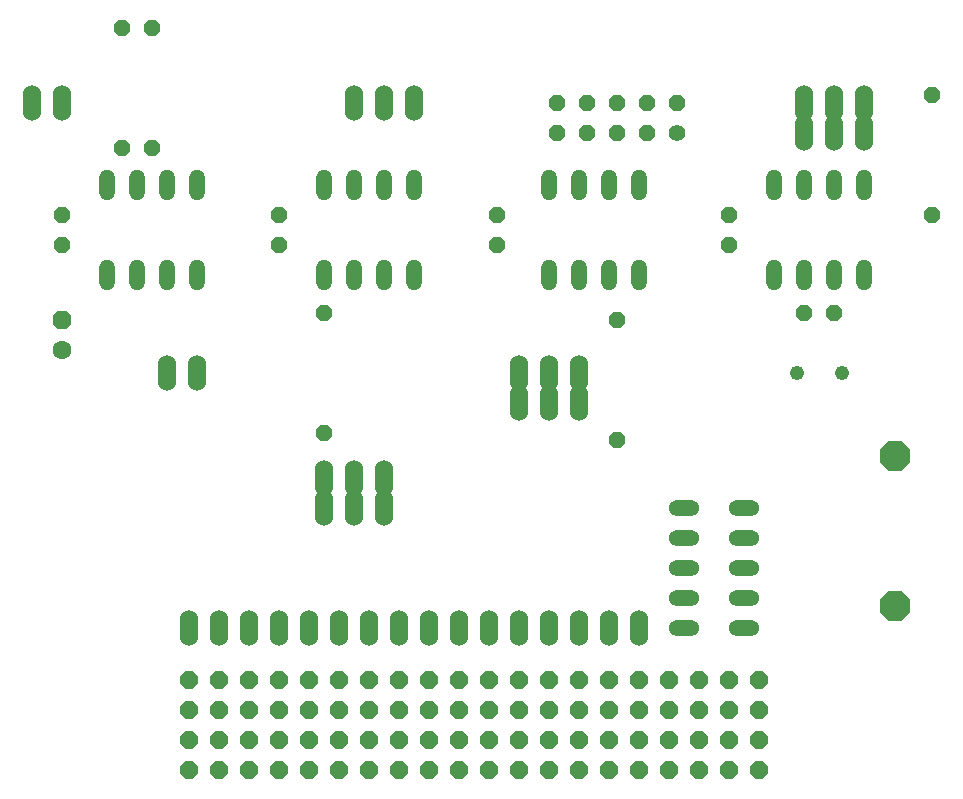
<source format=gbr>
G75*
G70*
%OFA0B0*%
%FSLAX24Y24*%
%IPPOS*%
%LPD*%
%AMOC8*
5,1,8,0,0,1.08239X$1,22.5*
%
%ADD10OC8,0.0600*%
%ADD11O,0.0600X0.1200*%
%ADD12OC8,0.0520*%
%ADD13OC8,0.1000*%
%ADD14C,0.0560*%
%ADD15OC8,0.0560*%
%ADD16O,0.0520X0.1040*%
%ADD17O,0.1040X0.0520*%
%ADD18OC8,0.0630*%
%ADD19C,0.0630*%
%ADD20C,0.0480*%
D10*
X010401Y004088D03*
X011401Y004088D03*
X012401Y004088D03*
X013401Y004088D03*
X014401Y004088D03*
X015401Y004088D03*
X016401Y004088D03*
X017401Y004088D03*
X018401Y004088D03*
X019401Y004088D03*
X020401Y004088D03*
X021401Y004088D03*
X022401Y004088D03*
X023401Y004088D03*
X024401Y004088D03*
X025401Y004088D03*
X026401Y004088D03*
X027401Y004088D03*
X028401Y004088D03*
X029401Y004088D03*
X029401Y005088D03*
X028401Y005088D03*
X027401Y005088D03*
X026401Y005088D03*
X025401Y005088D03*
X024401Y005088D03*
X023401Y005088D03*
X022401Y005088D03*
X021401Y005088D03*
X020401Y005088D03*
X019401Y005088D03*
X018401Y005088D03*
X017401Y005088D03*
X016401Y005088D03*
X015401Y005088D03*
X014401Y005088D03*
X013401Y005088D03*
X012401Y005088D03*
X011401Y005088D03*
X010401Y005088D03*
X010401Y006088D03*
X011401Y006088D03*
X012401Y006088D03*
X013401Y006088D03*
X014401Y006088D03*
X015401Y006088D03*
X016401Y006088D03*
X017401Y006088D03*
X018401Y006088D03*
X019401Y006088D03*
X020401Y006088D03*
X021401Y006088D03*
X022401Y006088D03*
X023401Y006088D03*
X024401Y006088D03*
X025401Y006088D03*
X026401Y006088D03*
X027401Y006088D03*
X028401Y006088D03*
X029401Y006088D03*
X029401Y007088D03*
X028401Y007088D03*
X027401Y007088D03*
X026401Y007088D03*
X025401Y007088D03*
X024401Y007088D03*
X023401Y007088D03*
X022401Y007088D03*
X021401Y007088D03*
X020401Y007088D03*
X019401Y007088D03*
X018401Y007088D03*
X017401Y007088D03*
X016401Y007088D03*
X015401Y007088D03*
X014401Y007088D03*
X013401Y007088D03*
X012401Y007088D03*
X011401Y007088D03*
X010401Y007088D03*
D11*
X010401Y008838D03*
X011401Y008838D03*
X012401Y008838D03*
X013401Y008838D03*
X014401Y008838D03*
X015401Y008838D03*
X016401Y008838D03*
X017401Y008838D03*
X018401Y008838D03*
X019401Y008838D03*
X020401Y008838D03*
X021401Y008838D03*
X022401Y008838D03*
X023401Y008838D03*
X024401Y008838D03*
X025401Y008838D03*
X023401Y016338D03*
X022401Y016338D03*
X021401Y016338D03*
X021401Y017338D03*
X022401Y017338D03*
X023401Y017338D03*
X016901Y013838D03*
X015901Y013838D03*
X015901Y012838D03*
X016901Y012838D03*
X014901Y012838D03*
X014901Y013838D03*
X010651Y017338D03*
X009651Y017338D03*
X006151Y026338D03*
X005151Y026338D03*
X015901Y026338D03*
X016901Y026338D03*
X017901Y026338D03*
X030901Y026338D03*
X030901Y025338D03*
X031901Y025338D03*
X032901Y025338D03*
X032901Y026338D03*
X031901Y026338D03*
D12*
X035151Y026588D03*
X035151Y022588D03*
X031901Y019338D03*
X030901Y019338D03*
X028401Y021588D03*
X028401Y022588D03*
X024651Y019088D03*
X020651Y021588D03*
X020651Y022588D03*
X014901Y019338D03*
X013401Y021588D03*
X013401Y022588D03*
X009151Y024838D03*
X008151Y024838D03*
X006151Y022588D03*
X006151Y021588D03*
X008151Y028838D03*
X009151Y028838D03*
X014901Y015338D03*
X024651Y015088D03*
D13*
X033933Y014553D03*
X033933Y009553D03*
D14*
X026651Y025338D03*
D15*
X025651Y025338D03*
X024651Y025338D03*
X023651Y025338D03*
X022651Y025338D03*
X022651Y026338D03*
X023651Y026338D03*
X024651Y026338D03*
X025651Y026338D03*
X026651Y026338D03*
D16*
X025401Y023588D03*
X024401Y023588D03*
X023401Y023588D03*
X022401Y023588D03*
X022401Y020588D03*
X023401Y020588D03*
X024401Y020588D03*
X025401Y020588D03*
X029901Y020588D03*
X030901Y020588D03*
X031901Y020588D03*
X032901Y020588D03*
X032901Y023588D03*
X031901Y023588D03*
X030901Y023588D03*
X029901Y023588D03*
X017901Y023588D03*
X016901Y023588D03*
X015901Y023588D03*
X014901Y023588D03*
X014901Y020588D03*
X015901Y020588D03*
X016901Y020588D03*
X017901Y020588D03*
X010651Y020588D03*
X009651Y020588D03*
X008651Y020588D03*
X007651Y020588D03*
X007651Y023588D03*
X008651Y023588D03*
X009651Y023588D03*
X010651Y023588D03*
D17*
X026901Y012838D03*
X026901Y011838D03*
X026901Y010838D03*
X026901Y009838D03*
X026901Y008838D03*
X028901Y008838D03*
X028901Y009838D03*
X028901Y010838D03*
X028901Y011838D03*
X028901Y012838D03*
D18*
X006151Y019088D03*
D19*
X006151Y018088D03*
D20*
X030651Y017338D03*
X032151Y017338D03*
M02*

</source>
